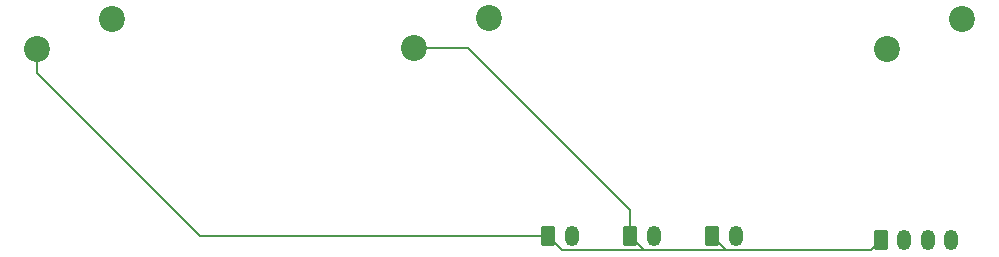
<source format=gbr>
%TF.GenerationSoftware,KiCad,Pcbnew,8.0.8*%
%TF.CreationDate,2025-06-04T22:45:29+02:00*%
%TF.ProjectId,KeyswitchCarrierMk3,4b657973-7769-4746-9368-436172726965,rev?*%
%TF.SameCoordinates,Original*%
%TF.FileFunction,Copper,L2,Bot*%
%TF.FilePolarity,Positive*%
%FSLAX46Y46*%
G04 Gerber Fmt 4.6, Leading zero omitted, Abs format (unit mm)*
G04 Created by KiCad (PCBNEW 8.0.8) date 2025-06-04 22:45:29*
%MOMM*%
%LPD*%
G01*
G04 APERTURE LIST*
G04 Aperture macros list*
%AMRoundRect*
0 Rectangle with rounded corners*
0 $1 Rounding radius*
0 $2 $3 $4 $5 $6 $7 $8 $9 X,Y pos of 4 corners*
0 Add a 4 corners polygon primitive as box body*
4,1,4,$2,$3,$4,$5,$6,$7,$8,$9,$2,$3,0*
0 Add four circle primitives for the rounded corners*
1,1,$1+$1,$2,$3*
1,1,$1+$1,$4,$5*
1,1,$1+$1,$6,$7*
1,1,$1+$1,$8,$9*
0 Add four rect primitives between the rounded corners*
20,1,$1+$1,$2,$3,$4,$5,0*
20,1,$1+$1,$4,$5,$6,$7,0*
20,1,$1+$1,$6,$7,$8,$9,0*
20,1,$1+$1,$8,$9,$2,$3,0*%
G04 Aperture macros list end*
%TA.AperFunction,ComponentPad*%
%ADD10C,2.200000*%
%TD*%
%TA.AperFunction,ComponentPad*%
%ADD11RoundRect,0.250000X-0.350000X-0.625000X0.350000X-0.625000X0.350000X0.625000X-0.350000X0.625000X0*%
%TD*%
%TA.AperFunction,ComponentPad*%
%ADD12O,1.200000X1.750000*%
%TD*%
%TA.AperFunction,Conductor*%
%ADD13C,0.200000*%
%TD*%
G04 APERTURE END LIST*
D10*
%TO.P,SW2,1,1*%
%TO.N,Net-(J2-Pin_2)*%
X141258833Y-66598961D03*
%TO.P,SW2,2,2*%
%TO.N,Net-(J1-Pin_1)*%
X134908833Y-69138961D03*
%TD*%
%TO.P,SW3,1,1*%
%TO.N,Net-(J3-Pin_2)*%
X181308830Y-66608960D03*
%TO.P,SW3,2,2*%
%TO.N,Net-(J1-Pin_1)*%
X174958830Y-69148960D03*
%TD*%
%TO.P,SW1,1,1*%
%TO.N,Net-(J1-Pin_2)*%
X109308834Y-66608960D03*
%TO.P,SW1,2,2*%
%TO.N,Net-(J1-Pin_1)*%
X102958834Y-69148960D03*
%TD*%
D11*
%TO.P,J4,1,Pin_1*%
%TO.N,Net-(J1-Pin_1)*%
X174400000Y-85350000D03*
D12*
%TO.P,J4,2,Pin_2*%
%TO.N,Net-(J3-Pin_2)*%
X176400000Y-85350000D03*
%TO.P,J4,3,Pin_3*%
%TO.N,Net-(J2-Pin_2)*%
X178400000Y-85350000D03*
%TO.P,J4,4,Pin_4*%
%TO.N,Net-(J1-Pin_2)*%
X180400000Y-85350000D03*
%TD*%
D11*
%TO.P,J1,1,Pin_1*%
%TO.N,Net-(J1-Pin_1)*%
X146250000Y-85000000D03*
D12*
%TO.P,J1,2,Pin_2*%
%TO.N,Net-(J1-Pin_2)*%
X148250000Y-85000000D03*
%TD*%
D11*
%TO.P,J2,1,Pin_1*%
%TO.N,Net-(J1-Pin_1)*%
X153200000Y-85000000D03*
D12*
%TO.P,J2,2,Pin_2*%
%TO.N,Net-(J2-Pin_2)*%
X155200000Y-85000000D03*
%TD*%
D11*
%TO.P,J3,1,Pin_1*%
%TO.N,Net-(J1-Pin_1)*%
X160150000Y-85000000D03*
D12*
%TO.P,J3,2,Pin_2*%
%TO.N,Net-(J3-Pin_2)*%
X162150000Y-85000000D03*
%TD*%
D13*
%TO.N,Net-(J1-Pin_1)*%
X116756472Y-85000000D02*
X102958834Y-71202362D01*
X173575000Y-86175000D02*
X161325000Y-86175000D01*
X161325000Y-86175000D02*
X154375000Y-86175000D01*
X174400000Y-85350000D02*
X173575000Y-86175000D01*
X154375000Y-86175000D02*
X147425000Y-86175000D01*
X153200000Y-85000000D02*
X153200000Y-82836726D01*
X154375000Y-86175000D02*
X153200000Y-85000000D01*
X102958834Y-71202362D02*
X102958834Y-69148960D01*
X153200000Y-82836726D02*
X139502235Y-69138961D01*
X161325000Y-86175000D02*
X160150000Y-85000000D01*
X146250000Y-85000000D02*
X116756472Y-85000000D01*
X147425000Y-86175000D02*
X146250000Y-85000000D01*
X139502235Y-69138961D02*
X134908833Y-69138961D01*
%TD*%
M02*

</source>
